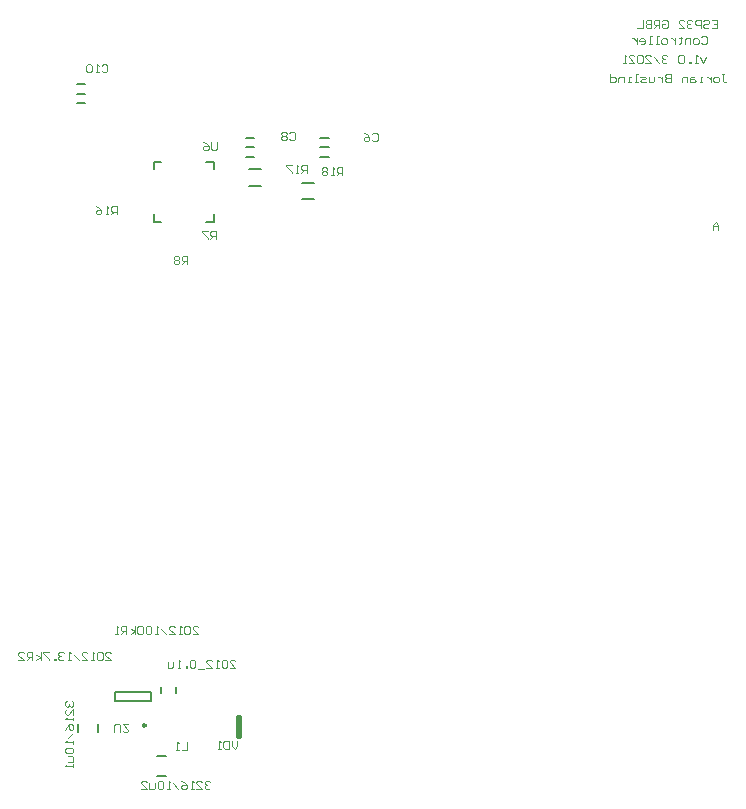
<source format=gbo>
G04*
G04 #@! TF.GenerationSoftware,Altium Limited,CircuitMaker,2.2.0 (2.2.0.5)*
G04*
G04 Layer_Color=13813960*
%FSLAX24Y24*%
%MOIN*%
G70*
G04*
G04 #@! TF.SameCoordinates,7AF7A03E-A370-4C74-A711-71AC0677D318*
G04*
G04*
G04 #@! TF.FilePolarity,Positive*
G04*
G01*
G75*
%ADD10C,0.0098*%
%ADD11C,0.0100*%
%ADD13C,0.0079*%
%ADD14C,0.0050*%
%ADD16C,0.0049*%
D10*
X17274Y24980D02*
G03*
X17274Y24980I-49J0D01*
G01*
D11*
X20318Y25271D02*
X20418D01*
X20318Y24571D02*
Y25271D01*
Y24571D02*
X20418D01*
Y25271D01*
D13*
X15689Y24744D02*
Y25020D01*
X15020Y24744D02*
Y25020D01*
X17657Y23287D02*
X17933D01*
X17657Y23957D02*
X17933D01*
X18278Y26043D02*
Y26240D01*
X17785Y26043D02*
Y26240D01*
X16250Y26102D02*
X17451D01*
X16250Y25787D02*
Y26102D01*
Y25787D02*
X17451D01*
Y26102D01*
X14980Y46339D02*
X15256D01*
X14980Y45709D02*
X15256D01*
X14980Y46024D02*
X15256D01*
X22480Y42530D02*
X22874D01*
X22480Y43061D02*
X22874D01*
X20709Y43504D02*
X21102D01*
X20709Y42953D02*
X21102D01*
X23091Y44567D02*
X23366D01*
X23091Y43937D02*
X23366D01*
X23091Y44252D02*
X23366D01*
X20610Y44567D02*
X20886D01*
X20610Y43937D02*
X20886D01*
X20610Y44252D02*
X20886D01*
D14*
X19543Y43506D02*
Y43756D01*
X19293D02*
X19543D01*
Y41756D02*
Y42006D01*
X19293Y41756D02*
X19543D01*
X17543D02*
X17793D01*
X17543D02*
Y42006D01*
Y43756D02*
X17793D01*
X17543Y43506D02*
Y43756D01*
D16*
X36362Y41482D02*
Y41665D01*
X36270Y41757D01*
X36178Y41665D01*
Y41482D01*
Y41619D01*
X36362D01*
X36470Y46693D02*
X36562D01*
X36516D01*
Y46463D01*
X36562Y46417D01*
X36608D01*
X36654Y46463D01*
X36332Y46417D02*
X36240D01*
X36194Y46463D01*
Y46555D01*
X36240Y46601D01*
X36332D01*
X36378Y46555D01*
Y46463D01*
X36332Y46417D01*
X36103Y46601D02*
Y46417D01*
Y46509D01*
X36057Y46555D01*
X36011Y46601D01*
X35965D01*
X35827Y46417D02*
X35735D01*
X35781D01*
Y46601D01*
X35827D01*
X35552D02*
X35460D01*
X35414Y46555D01*
Y46417D01*
X35552D01*
X35597Y46463D01*
X35552Y46509D01*
X35414D01*
X35322Y46417D02*
Y46601D01*
X35184D01*
X35138Y46555D01*
Y46417D01*
X34771Y46693D02*
Y46417D01*
X34633D01*
X34587Y46463D01*
Y46509D01*
X34633Y46555D01*
X34771D01*
X34633D01*
X34587Y46601D01*
Y46647D01*
X34633Y46693D01*
X34771D01*
X34495Y46601D02*
Y46417D01*
Y46509D01*
X34450Y46555D01*
X34404Y46601D01*
X34358D01*
X34220D02*
Y46463D01*
X34174Y46417D01*
X34036D01*
Y46601D01*
X33944Y46417D02*
X33807D01*
X33761Y46463D01*
X33807Y46509D01*
X33899D01*
X33944Y46555D01*
X33899Y46601D01*
X33761D01*
X33669Y46417D02*
X33577D01*
X33623D01*
Y46693D01*
X33669D01*
X33439Y46417D02*
X33348D01*
X33393D01*
Y46601D01*
X33439D01*
X33210Y46417D02*
Y46601D01*
X33072D01*
X33026Y46555D01*
Y46417D01*
X32751Y46693D02*
Y46417D01*
X32888D01*
X32934Y46463D01*
Y46555D01*
X32888Y46601D01*
X32751D01*
X35945Y47241D02*
X35853Y47057D01*
X35761Y47241D01*
X35669Y47057D02*
X35578D01*
X35623D01*
Y47333D01*
X35669Y47287D01*
X35440Y47057D02*
Y47103D01*
X35394D01*
Y47057D01*
X35440D01*
X35210Y47287D02*
X35164Y47333D01*
X35072D01*
X35027Y47287D01*
Y47103D01*
X35072Y47057D01*
X35164D01*
X35210Y47103D01*
Y47287D01*
X34659D02*
X34613Y47333D01*
X34521D01*
X34476Y47287D01*
Y47241D01*
X34521Y47195D01*
X34567D01*
X34521D01*
X34476Y47149D01*
Y47103D01*
X34521Y47057D01*
X34613D01*
X34659Y47103D01*
X34384Y47057D02*
X34200Y47241D01*
X33925Y47057D02*
X34108D01*
X33925Y47241D01*
Y47287D01*
X33970Y47333D01*
X34062D01*
X34108Y47287D01*
X33833D02*
X33787Y47333D01*
X33695D01*
X33649Y47287D01*
Y47103D01*
X33695Y47057D01*
X33787D01*
X33833Y47103D01*
Y47287D01*
X33374Y47057D02*
X33557D01*
X33374Y47241D01*
Y47287D01*
X33419Y47333D01*
X33511D01*
X33557Y47287D01*
X33282Y47057D02*
X33190D01*
X33236D01*
Y47333D01*
X33282Y47287D01*
X35791Y47917D02*
X35837Y47963D01*
X35928D01*
X35974Y47917D01*
Y47733D01*
X35928Y47687D01*
X35837D01*
X35791Y47733D01*
X35653Y47687D02*
X35561D01*
X35515Y47733D01*
Y47825D01*
X35561Y47871D01*
X35653D01*
X35699Y47825D01*
Y47733D01*
X35653Y47687D01*
X35423D02*
Y47871D01*
X35286D01*
X35240Y47825D01*
Y47687D01*
X35102Y47917D02*
Y47871D01*
X35148D01*
X35056D01*
X35102D01*
Y47733D01*
X35056Y47687D01*
X34918Y47871D02*
Y47687D01*
Y47779D01*
X34872Y47825D01*
X34826Y47871D01*
X34781D01*
X34597Y47687D02*
X34505D01*
X34459Y47733D01*
Y47825D01*
X34505Y47871D01*
X34597D01*
X34643Y47825D01*
Y47733D01*
X34597Y47687D01*
X34367D02*
X34275D01*
X34321D01*
Y47963D01*
X34367D01*
X34138Y47687D02*
X34046D01*
X34092D01*
Y47963D01*
X34138D01*
X33770Y47687D02*
X33862D01*
X33908Y47733D01*
Y47825D01*
X33862Y47871D01*
X33770D01*
X33724Y47825D01*
Y47779D01*
X33908D01*
X33633Y47871D02*
Y47687D01*
Y47779D01*
X33587Y47825D01*
X33541Y47871D01*
X33495D01*
X36135Y48494D02*
X36319D01*
Y48218D01*
X36135D01*
X36319Y48356D02*
X36227D01*
X35860Y48448D02*
X35906Y48494D01*
X35997D01*
X36043Y48448D01*
Y48402D01*
X35997Y48356D01*
X35906D01*
X35860Y48310D01*
Y48264D01*
X35906Y48218D01*
X35997D01*
X36043Y48264D01*
X35768Y48218D02*
Y48494D01*
X35630D01*
X35584Y48448D01*
Y48356D01*
X35630Y48310D01*
X35768D01*
X35492Y48448D02*
X35446Y48494D01*
X35355D01*
X35309Y48448D01*
Y48402D01*
X35355Y48356D01*
X35401D01*
X35355D01*
X35309Y48310D01*
Y48264D01*
X35355Y48218D01*
X35446D01*
X35492Y48264D01*
X35033Y48218D02*
X35217D01*
X35033Y48402D01*
Y48448D01*
X35079Y48494D01*
X35171D01*
X35217Y48448D01*
X34482D02*
X34528Y48494D01*
X34620D01*
X34666Y48448D01*
Y48264D01*
X34620Y48218D01*
X34528D01*
X34482Y48264D01*
Y48356D01*
X34574D01*
X34390Y48218D02*
Y48494D01*
X34253D01*
X34207Y48448D01*
Y48356D01*
X34253Y48310D01*
X34390D01*
X34299D02*
X34207Y48218D01*
X34115Y48494D02*
Y48218D01*
X33977D01*
X33931Y48264D01*
Y48310D01*
X33977Y48356D01*
X34115D01*
X33977D01*
X33931Y48402D01*
Y48448D01*
X33977Y48494D01*
X34115D01*
X33839D02*
Y48218D01*
X33656D01*
X20321Y24468D02*
Y24285D01*
X20230Y24193D01*
X20138Y24285D01*
Y24468D01*
X20046D02*
Y24193D01*
X19908D01*
X19862Y24239D01*
Y24423D01*
X19908Y24468D01*
X20046D01*
X19770Y24193D02*
X19679D01*
X19725D01*
Y24468D01*
X19770Y24423D01*
X16227Y24744D02*
Y24974D01*
X16273Y25020D01*
X16365D01*
X16411Y24974D01*
Y24744D01*
X16686Y25020D02*
X16503D01*
X16686Y24836D01*
Y24790D01*
X16640Y24744D01*
X16549D01*
X16503Y24790D01*
X18648Y24429D02*
Y24154D01*
X18465D01*
X18373D02*
X18281D01*
X18327D01*
Y24429D01*
X18373Y24383D01*
X19416Y23084D02*
X19370Y23130D01*
X19278D01*
X19232Y23084D01*
Y23038D01*
X19278Y22992D01*
X19324D01*
X19278D01*
X19232Y22946D01*
Y22900D01*
X19278Y22854D01*
X19370D01*
X19416Y22900D01*
X18956Y22854D02*
X19140D01*
X18956Y23038D01*
Y23084D01*
X19002Y23130D01*
X19094D01*
X19140Y23084D01*
X18865Y22854D02*
X18773D01*
X18819D01*
Y23130D01*
X18865Y23084D01*
X18451Y23130D02*
X18543Y23084D01*
X18635Y22992D01*
Y22900D01*
X18589Y22854D01*
X18497D01*
X18451Y22900D01*
Y22946D01*
X18497Y22992D01*
X18635D01*
X18360Y22854D02*
X18176Y23038D01*
X18084Y22854D02*
X17992D01*
X18038D01*
Y23130D01*
X18084Y23084D01*
X17854D02*
X17809Y23130D01*
X17717D01*
X17671Y23084D01*
Y22900D01*
X17717Y22854D01*
X17809D01*
X17854Y22900D01*
Y23084D01*
X17579Y23038D02*
Y22900D01*
X17533Y22854D01*
X17395D01*
Y23038D01*
X17120Y22854D02*
X17303D01*
X17120Y23038D01*
Y23084D01*
X17166Y23130D01*
X17258D01*
X17303Y23084D01*
X14633Y25787D02*
X14587Y25741D01*
Y25649D01*
X14633Y25603D01*
X14678D01*
X14724Y25649D01*
Y25695D01*
Y25649D01*
X14770Y25603D01*
X14816D01*
X14862Y25649D01*
Y25741D01*
X14816Y25787D01*
X14862Y25328D02*
Y25512D01*
X14678Y25328D01*
X14633D01*
X14587Y25374D01*
Y25466D01*
X14633Y25512D01*
X14862Y25236D02*
Y25144D01*
Y25190D01*
X14587D01*
X14633Y25236D01*
X14587Y24823D02*
X14633Y24915D01*
X14724Y25006D01*
X14816D01*
X14862Y24961D01*
Y24869D01*
X14816Y24823D01*
X14770D01*
X14724Y24869D01*
Y25006D01*
X14862Y24731D02*
X14678Y24547D01*
X14862Y24455D02*
Y24364D01*
Y24410D01*
X14587D01*
X14633Y24455D01*
Y24226D02*
X14587Y24180D01*
Y24088D01*
X14633Y24042D01*
X14816D01*
X14862Y24088D01*
Y24180D01*
X14816Y24226D01*
X14633D01*
X14678Y23950D02*
X14816D01*
X14862Y23904D01*
Y23767D01*
X14678D01*
X14862Y23675D02*
Y23583D01*
Y23629D01*
X14587D01*
X14633Y23675D01*
X20075Y26893D02*
X20259D01*
X20075Y27077D01*
Y27123D01*
X20121Y27169D01*
X20213D01*
X20259Y27123D01*
X19983D02*
X19937Y27169D01*
X19846D01*
X19800Y27123D01*
Y26939D01*
X19846Y26893D01*
X19937D01*
X19983Y26939D01*
Y27123D01*
X19708Y26893D02*
X19616D01*
X19662D01*
Y27169D01*
X19708Y27123D01*
X19295Y26893D02*
X19478D01*
X19295Y27077D01*
Y27123D01*
X19340Y27169D01*
X19432D01*
X19478Y27123D01*
X19203Y26847D02*
X19019D01*
X18927Y27123D02*
X18881Y27169D01*
X18789D01*
X18744Y27123D01*
Y26939D01*
X18789Y26893D01*
X18881D01*
X18927Y26939D01*
Y27123D01*
X18652Y26893D02*
Y26939D01*
X18606D01*
Y26893D01*
X18652D01*
X18422D02*
X18330D01*
X18376D01*
Y27169D01*
X18422Y27123D01*
X18193Y27077D02*
Y26939D01*
X18147Y26893D01*
X18009D01*
Y27077D01*
X18832Y28012D02*
X19015D01*
X18832Y28196D01*
Y28241D01*
X18878Y28287D01*
X18969D01*
X19015Y28241D01*
X18740D02*
X18694Y28287D01*
X18602D01*
X18556Y28241D01*
Y28058D01*
X18602Y28012D01*
X18694D01*
X18740Y28058D01*
Y28241D01*
X18464Y28012D02*
X18372D01*
X18418D01*
Y28287D01*
X18464Y28241D01*
X18051Y28012D02*
X18235D01*
X18051Y28196D01*
Y28241D01*
X18097Y28287D01*
X18189D01*
X18235Y28241D01*
X17959Y28012D02*
X17776Y28196D01*
X17684Y28012D02*
X17592D01*
X17638D01*
Y28287D01*
X17684Y28241D01*
X17454D02*
X17408Y28287D01*
X17316D01*
X17270Y28241D01*
Y28058D01*
X17316Y28012D01*
X17408D01*
X17454Y28058D01*
Y28241D01*
X17179D02*
X17133Y28287D01*
X17041D01*
X16995Y28241D01*
Y28058D01*
X17041Y28012D01*
X17133D01*
X17179Y28058D01*
Y28241D01*
X16903Y28012D02*
Y28287D01*
Y28104D02*
X16765Y28196D01*
X16903Y28104D02*
X16765Y28012D01*
X16628D02*
Y28287D01*
X16490D01*
X16444Y28241D01*
Y28150D01*
X16490Y28104D01*
X16628D01*
X16536D02*
X16444Y28012D01*
X16352D02*
X16260D01*
X16306D01*
Y28287D01*
X16352Y28241D01*
X15921Y27146D02*
X16105D01*
X15921Y27329D01*
Y27375D01*
X15967Y27421D01*
X16059D01*
X16105Y27375D01*
X15830D02*
X15784Y27421D01*
X15692D01*
X15646Y27375D01*
Y27192D01*
X15692Y27146D01*
X15784D01*
X15830Y27192D01*
Y27375D01*
X15554Y27146D02*
X15462D01*
X15508D01*
Y27421D01*
X15554Y27375D01*
X15141Y27146D02*
X15325D01*
X15141Y27329D01*
Y27375D01*
X15187Y27421D01*
X15279D01*
X15325Y27375D01*
X15049Y27146D02*
X14865Y27329D01*
X14774Y27146D02*
X14682D01*
X14728D01*
Y27421D01*
X14774Y27375D01*
X14544D02*
X14498Y27421D01*
X14406D01*
X14360Y27375D01*
Y27329D01*
X14406Y27283D01*
X14452D01*
X14406D01*
X14360Y27238D01*
Y27192D01*
X14406Y27146D01*
X14498D01*
X14544Y27192D01*
X14268Y27146D02*
Y27192D01*
X14223D01*
Y27146D01*
X14268D01*
X14039Y27421D02*
X13855D01*
Y27375D01*
X14039Y27192D01*
Y27146D01*
X13763D02*
Y27421D01*
Y27238D02*
X13626Y27329D01*
X13763Y27238D02*
X13626Y27146D01*
X13488D02*
Y27421D01*
X13350D01*
X13304Y27375D01*
Y27283D01*
X13350Y27238D01*
X13488D01*
X13396D02*
X13304Y27146D01*
X13029D02*
X13212D01*
X13029Y27329D01*
Y27375D01*
X13075Y27421D01*
X13166D01*
X13212Y27375D01*
X16299Y42008D02*
Y42283D01*
X16161D01*
X16116Y42237D01*
Y42146D01*
X16161Y42100D01*
X16299D01*
X16207D02*
X16116Y42008D01*
X16024D02*
X15932D01*
X15978D01*
Y42283D01*
X16024Y42237D01*
X15610Y42283D02*
X15702Y42237D01*
X15794Y42146D01*
Y42054D01*
X15748Y42008D01*
X15656D01*
X15610Y42054D01*
Y42100D01*
X15656Y42146D01*
X15794D01*
X19640Y44426D02*
Y44196D01*
X19594Y44150D01*
X19502D01*
X19456Y44196D01*
Y44426D01*
X19181D02*
X19273Y44380D01*
X19365Y44288D01*
Y44196D01*
X19319Y44150D01*
X19227D01*
X19181Y44196D01*
Y44242D01*
X19227Y44288D01*
X19365D01*
X23819Y43307D02*
Y43583D01*
X23681D01*
X23635Y43537D01*
Y43445D01*
X23681Y43399D01*
X23819D01*
X23727D02*
X23635Y43307D01*
X23543D02*
X23452D01*
X23497D01*
Y43583D01*
X23543Y43537D01*
X23314D02*
X23268Y43583D01*
X23176D01*
X23130Y43537D01*
Y43491D01*
X23176Y43445D01*
X23130Y43399D01*
Y43353D01*
X23176Y43307D01*
X23268D01*
X23314Y43353D01*
Y43399D01*
X23268Y43445D01*
X23314Y43491D01*
Y43537D01*
X23268Y43445D02*
X23176D01*
X22638Y43386D02*
Y43661D01*
X22500D01*
X22454Y43615D01*
Y43524D01*
X22500Y43478D01*
X22638D01*
X22546D02*
X22454Y43386D01*
X22362D02*
X22270D01*
X22316D01*
Y43661D01*
X22362Y43615D01*
X22133Y43661D02*
X21949D01*
Y43615D01*
X22133Y43432D01*
Y43386D01*
X15796Y46970D02*
X15842Y47016D01*
X15934D01*
X15980Y46970D01*
Y46786D01*
X15934Y46740D01*
X15842D01*
X15796Y46786D01*
X15704Y46740D02*
X15613D01*
X15659D01*
Y47016D01*
X15704Y46970D01*
X15475D02*
X15429Y47016D01*
X15337D01*
X15291Y46970D01*
Y46786D01*
X15337Y46740D01*
X15429D01*
X15475Y46786D01*
Y46970D01*
X22060Y44718D02*
X22106Y44764D01*
X22198D01*
X22244Y44718D01*
Y44534D01*
X22198Y44488D01*
X22106D01*
X22060Y44534D01*
X21969Y44718D02*
X21923Y44764D01*
X21831D01*
X21785Y44718D01*
Y44672D01*
X21831Y44626D01*
X21785Y44580D01*
Y44534D01*
X21831Y44488D01*
X21923D01*
X21969Y44534D01*
Y44580D01*
X21923Y44626D01*
X21969Y44672D01*
Y44718D01*
X21923Y44626D02*
X21831D01*
X24816Y44678D02*
X24862Y44724D01*
X24954D01*
X25000Y44678D01*
Y44495D01*
X24954Y44449D01*
X24862D01*
X24816Y44495D01*
X24541Y44724D02*
X24633Y44678D01*
X24725Y44587D01*
Y44495D01*
X24679Y44449D01*
X24587D01*
X24541Y44495D01*
Y44541D01*
X24587Y44587D01*
X24725D01*
X18660Y40350D02*
Y40626D01*
X18522D01*
X18476Y40580D01*
Y40488D01*
X18522Y40442D01*
X18660D01*
X18568D02*
X18476Y40350D01*
X18384Y40580D02*
X18339Y40626D01*
X18247D01*
X18201Y40580D01*
Y40534D01*
X18247Y40488D01*
X18201Y40442D01*
Y40396D01*
X18247Y40350D01*
X18339D01*
X18384Y40396D01*
Y40442D01*
X18339Y40488D01*
X18384Y40534D01*
Y40580D01*
X18339Y40488D02*
X18247D01*
X19610Y41180D02*
Y41455D01*
X19472D01*
X19426Y41410D01*
Y41318D01*
X19472Y41272D01*
X19610D01*
X19518D02*
X19426Y41180D01*
X19334Y41455D02*
X19151D01*
Y41410D01*
X19334Y41226D01*
Y41180D01*
M02*

</source>
